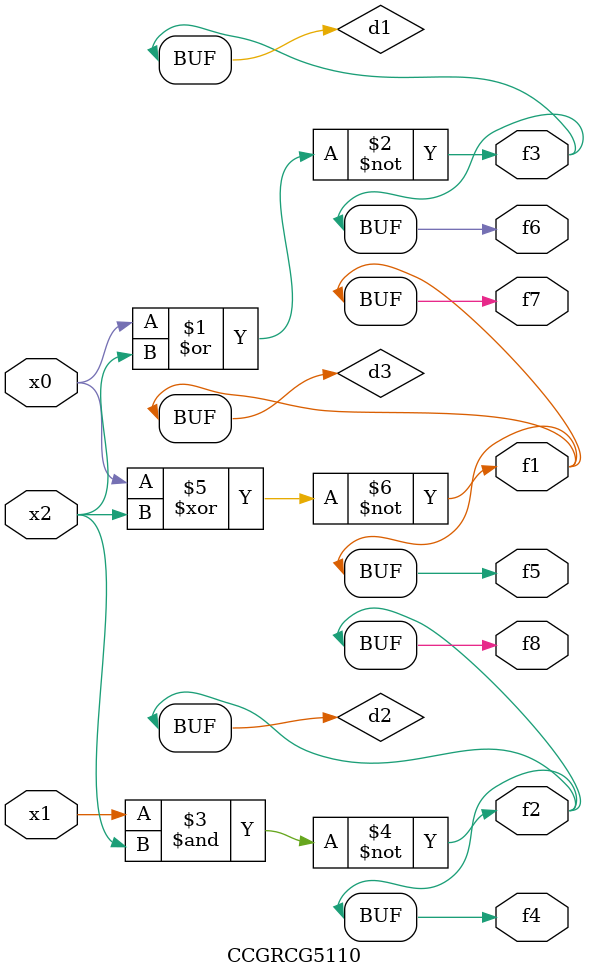
<source format=v>
module CCGRCG5110(
	input x0, x1, x2,
	output f1, f2, f3, f4, f5, f6, f7, f8
);

	wire d1, d2, d3;

	nor (d1, x0, x2);
	nand (d2, x1, x2);
	xnor (d3, x0, x2);
	assign f1 = d3;
	assign f2 = d2;
	assign f3 = d1;
	assign f4 = d2;
	assign f5 = d3;
	assign f6 = d1;
	assign f7 = d3;
	assign f8 = d2;
endmodule

</source>
